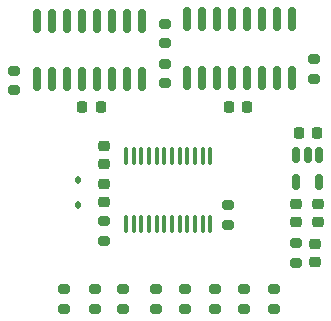
<source format=gtp>
G04 #@! TF.GenerationSoftware,KiCad,Pcbnew,7.0.1*
G04 #@! TF.CreationDate,2023-03-17T04:05:38+02:00*
G04 #@! TF.ProjectId,probe-pcb,70726f62-652d-4706-9362-2e6b69636164,rev?*
G04 #@! TF.SameCoordinates,Original*
G04 #@! TF.FileFunction,Paste,Top*
G04 #@! TF.FilePolarity,Positive*
%FSLAX46Y46*%
G04 Gerber Fmt 4.6, Leading zero omitted, Abs format (unit mm)*
G04 Created by KiCad (PCBNEW 7.0.1) date 2023-03-17 04:05:38*
%MOMM*%
%LPD*%
G01*
G04 APERTURE LIST*
G04 Aperture macros list*
%AMRoundRect*
0 Rectangle with rounded corners*
0 $1 Rounding radius*
0 $2 $3 $4 $5 $6 $7 $8 $9 X,Y pos of 4 corners*
0 Add a 4 corners polygon primitive as box body*
4,1,4,$2,$3,$4,$5,$6,$7,$8,$9,$2,$3,0*
0 Add four circle primitives for the rounded corners*
1,1,$1+$1,$2,$3*
1,1,$1+$1,$4,$5*
1,1,$1+$1,$6,$7*
1,1,$1+$1,$8,$9*
0 Add four rect primitives between the rounded corners*
20,1,$1+$1,$2,$3,$4,$5,0*
20,1,$1+$1,$4,$5,$6,$7,0*
20,1,$1+$1,$6,$7,$8,$9,0*
20,1,$1+$1,$8,$9,$2,$3,0*%
G04 Aperture macros list end*
%ADD10RoundRect,0.225000X0.225000X0.250000X-0.225000X0.250000X-0.225000X-0.250000X0.225000X-0.250000X0*%
%ADD11RoundRect,0.200000X0.275000X-0.200000X0.275000X0.200000X-0.275000X0.200000X-0.275000X-0.200000X0*%
%ADD12RoundRect,0.225000X-0.250000X0.225000X-0.250000X-0.225000X0.250000X-0.225000X0.250000X0.225000X0*%
%ADD13RoundRect,0.150000X0.150000X-0.825000X0.150000X0.825000X-0.150000X0.825000X-0.150000X-0.825000X0*%
%ADD14RoundRect,0.218750X-0.256250X0.218750X-0.256250X-0.218750X0.256250X-0.218750X0.256250X0.218750X0*%
%ADD15RoundRect,0.200000X-0.275000X0.200000X-0.275000X-0.200000X0.275000X-0.200000X0.275000X0.200000X0*%
%ADD16RoundRect,0.112500X0.112500X-0.187500X0.112500X0.187500X-0.112500X0.187500X-0.112500X-0.187500X0*%
%ADD17RoundRect,0.225000X-0.225000X-0.250000X0.225000X-0.250000X0.225000X0.250000X-0.225000X0.250000X0*%
%ADD18RoundRect,0.100000X0.100000X-0.637500X0.100000X0.637500X-0.100000X0.637500X-0.100000X-0.637500X0*%
%ADD19RoundRect,0.150000X-0.150000X0.512500X-0.150000X-0.512500X0.150000X-0.512500X0.150000X0.512500X0*%
%ADD20RoundRect,0.225000X0.250000X-0.225000X0.250000X0.225000X-0.250000X0.225000X-0.250000X-0.225000X0*%
G04 APERTURE END LIST*
D10*
G04 #@! TO.C,C4*
X126075000Y-76987500D03*
X124525000Y-76987500D03*
G04 #@! TD*
D11*
G04 #@! TO.C,R8*
X119850000Y-91875000D03*
X119850000Y-90225000D03*
G04 #@! TD*
D12*
G04 #@! TO.C,C3*
X124300000Y-83012500D03*
X124300000Y-84562500D03*
G04 #@! TD*
D11*
G04 #@! TO.C,R11*
X108050000Y-86125000D03*
X108050000Y-84475000D03*
G04 #@! TD*
D13*
G04 #@! TO.C,U4*
X115005000Y-72325000D03*
X116275000Y-72325000D03*
X117545000Y-72325000D03*
X118815000Y-72325000D03*
X120085000Y-72325000D03*
X121355000Y-72325000D03*
X122625000Y-72325000D03*
X123895000Y-72325000D03*
X123895000Y-67375000D03*
X122625000Y-67375000D03*
X121355000Y-67375000D03*
X120085000Y-67375000D03*
X118815000Y-67375000D03*
X117545000Y-67375000D03*
X116275000Y-67375000D03*
X115005000Y-67375000D03*
G04 #@! TD*
G04 #@! TO.C,U2*
X102310000Y-72450000D03*
X103580000Y-72450000D03*
X104850000Y-72450000D03*
X106120000Y-72450000D03*
X107390000Y-72450000D03*
X108660000Y-72450000D03*
X109930000Y-72450000D03*
X111200000Y-72450000D03*
X111200000Y-67500000D03*
X109930000Y-67500000D03*
X108660000Y-67500000D03*
X107390000Y-67500000D03*
X106120000Y-67500000D03*
X104850000Y-67500000D03*
X103580000Y-67500000D03*
X102310000Y-67500000D03*
G04 #@! TD*
D14*
G04 #@! TO.C,D2*
X125900000Y-86387500D03*
X125900000Y-87962500D03*
G04 #@! TD*
D11*
G04 #@! TO.C,R5*
X112450000Y-91875000D03*
X112450000Y-90225000D03*
G04 #@! TD*
D15*
G04 #@! TO.C,R13*
X125755000Y-70750000D03*
X125755000Y-72400000D03*
G04 #@! TD*
G04 #@! TO.C,R15*
X124300000Y-86325000D03*
X124300000Y-87975000D03*
G04 #@! TD*
D11*
G04 #@! TO.C,R9*
X122450000Y-91875000D03*
X122450000Y-90225000D03*
G04 #@! TD*
D15*
G04 #@! TO.C,R1*
X100355000Y-71750000D03*
X100355000Y-73400000D03*
G04 #@! TD*
D11*
G04 #@! TO.C,R6*
X114850000Y-91875000D03*
X114850000Y-90225000D03*
G04 #@! TD*
D16*
G04 #@! TO.C,D1*
X105850000Y-83125000D03*
X105850000Y-81025000D03*
G04 #@! TD*
D11*
G04 #@! TO.C,R4*
X109650000Y-91875000D03*
X109650000Y-90225000D03*
G04 #@! TD*
D17*
G04 #@! TO.C,C6*
X106180000Y-74775000D03*
X107730000Y-74775000D03*
G04 #@! TD*
D15*
G04 #@! TO.C,R14*
X113155000Y-71150000D03*
X113155000Y-72800000D03*
G04 #@! TD*
D11*
G04 #@! TO.C,R2*
X104650000Y-91875000D03*
X104650000Y-90225000D03*
G04 #@! TD*
D15*
G04 #@! TO.C,R12*
X113155000Y-67750000D03*
X113155000Y-69400000D03*
G04 #@! TD*
D18*
G04 #@! TO.C,U1*
X109875000Y-84712500D03*
X110525000Y-84712500D03*
X111175000Y-84712500D03*
X111825000Y-84712500D03*
X112475000Y-84712500D03*
X113125000Y-84712500D03*
X113775000Y-84712500D03*
X114425000Y-84712500D03*
X115075000Y-84712500D03*
X115725000Y-84712500D03*
X116375000Y-84712500D03*
X117025000Y-84712500D03*
X117025000Y-78987500D03*
X116375000Y-78987500D03*
X115725000Y-78987500D03*
X115075000Y-78987500D03*
X114425000Y-78987500D03*
X113775000Y-78987500D03*
X113125000Y-78987500D03*
X112475000Y-78987500D03*
X111825000Y-78987500D03*
X111175000Y-78987500D03*
X110525000Y-78987500D03*
X109875000Y-78987500D03*
G04 #@! TD*
D12*
G04 #@! TO.C,C2*
X108050000Y-78100000D03*
X108050000Y-79650000D03*
G04 #@! TD*
D11*
G04 #@! TO.C,R10*
X118550000Y-84775000D03*
X118550000Y-83125000D03*
G04 #@! TD*
G04 #@! TO.C,R3*
X107250000Y-91875000D03*
X107250000Y-90225000D03*
G04 #@! TD*
D19*
G04 #@! TO.C,U3*
X126200000Y-78850000D03*
X125250000Y-78850000D03*
X124300000Y-78850000D03*
X124300000Y-81125000D03*
X126200000Y-81125000D03*
G04 #@! TD*
D12*
G04 #@! TO.C,C5*
X126100000Y-83012500D03*
X126100000Y-84562500D03*
G04 #@! TD*
D11*
G04 #@! TO.C,R7*
X117450000Y-91875000D03*
X117450000Y-90225000D03*
G04 #@! TD*
D17*
G04 #@! TO.C,C7*
X118580000Y-74775000D03*
X120130000Y-74775000D03*
G04 #@! TD*
D20*
G04 #@! TO.C,C1*
X108050000Y-82850000D03*
X108050000Y-81300000D03*
G04 #@! TD*
M02*

</source>
